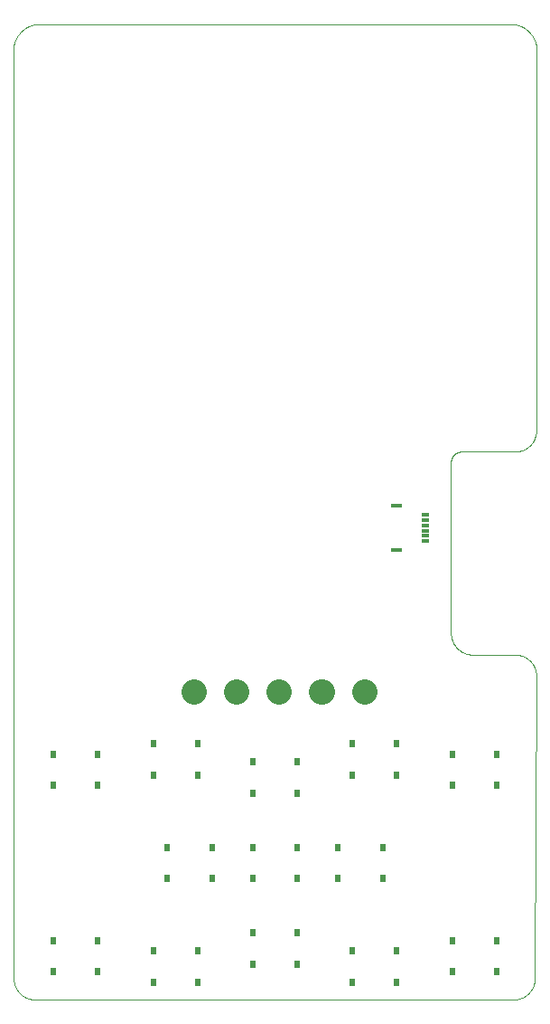
<source format=gbp>
G04 EAGLE Gerber RS-274X export*
G75*
%MOMM*%
%FSLAX34Y34*%
%LPD*%
%INSolder paste bottom*%
%IPPOS*%
%AMOC8*
5,1,8,0,0,1.08239X$1,22.5*%
G01*
%ADD10C,0.001000*%
%ADD11R,0.700000X0.300000*%
%ADD12R,1.000000X0.300000*%
%ADD13R,0.500000X0.700000*%
%ADD14C,2.376000*%


D10*
X490000Y910000D02*
X490000Y1260000D01*
X490113Y1260606D01*
X490212Y1261214D01*
X490296Y1261824D01*
X490366Y1262436D01*
X490420Y1263050D01*
X490460Y1263665D01*
X490485Y1264280D01*
X490495Y1264896D01*
X490490Y1265512D01*
X490470Y1266128D01*
X490435Y1266743D01*
X490386Y1267357D01*
X490321Y1267970D01*
X490242Y1268581D01*
X490148Y1269190D01*
X490040Y1269796D01*
X489917Y1270400D01*
X489779Y1271001D01*
X489627Y1271598D01*
X489460Y1272191D01*
X489279Y1272780D01*
X489084Y1273364D01*
X488875Y1273944D01*
X488652Y1274518D01*
X488415Y1275087D01*
X488164Y1275650D01*
X487900Y1276206D01*
X487623Y1276756D01*
X487332Y1277299D01*
X487028Y1277835D01*
X486712Y1278364D01*
X486382Y1278885D01*
X486041Y1279397D01*
X485687Y1279902D01*
X485321Y1280397D01*
X484943Y1280884D01*
X484553Y1281361D01*
X484152Y1281829D01*
X483740Y1282286D01*
X483316Y1282734D01*
X482883Y1283172D01*
X482438Y1283598D01*
X481984Y1284014D01*
X481519Y1284419D01*
X481045Y1284813D01*
X480562Y1285195D01*
X480069Y1285565D01*
X479568Y1285923D01*
X479058Y1286269D01*
X478540Y1286602D01*
X478014Y1286923D01*
X477481Y1287231D01*
X476940Y1287526D01*
X476392Y1287808D01*
X475838Y1288077D01*
X475277Y1288332D01*
X474710Y1288574D01*
X474138Y1288801D01*
X473560Y1289015D01*
X472977Y1289215D01*
X472389Y1289401D01*
X471798Y1289572D01*
X471202Y1289729D01*
X470603Y1289872D01*
X470000Y1290000D01*
X20000Y1290000D01*
X19397Y1289872D01*
X18798Y1289729D01*
X18202Y1289572D01*
X17611Y1289401D01*
X17023Y1289215D01*
X16440Y1289015D01*
X15862Y1288801D01*
X15290Y1288574D01*
X14723Y1288332D01*
X14162Y1288077D01*
X13608Y1287808D01*
X13060Y1287526D01*
X12519Y1287231D01*
X11986Y1286923D01*
X11460Y1286602D01*
X10942Y1286269D01*
X10432Y1285923D01*
X9931Y1285565D01*
X9438Y1285195D01*
X8955Y1284813D01*
X8481Y1284419D01*
X8016Y1284014D01*
X7562Y1283598D01*
X7117Y1283172D01*
X6684Y1282734D01*
X6260Y1282286D01*
X5848Y1281829D01*
X5447Y1281361D01*
X5057Y1280884D01*
X4679Y1280397D01*
X4313Y1279902D01*
X3959Y1279397D01*
X3618Y1278885D01*
X3288Y1278364D01*
X2972Y1277835D01*
X2668Y1277299D01*
X2377Y1276756D01*
X2100Y1276206D01*
X1836Y1275650D01*
X1585Y1275087D01*
X1348Y1274518D01*
X1125Y1273944D01*
X916Y1273364D01*
X721Y1272780D01*
X540Y1272191D01*
X373Y1271598D01*
X221Y1271001D01*
X83Y1270400D01*
X-40Y1269796D01*
X-148Y1269190D01*
X-242Y1268581D01*
X-321Y1267970D01*
X-386Y1267357D01*
X-435Y1266743D01*
X-470Y1266128D01*
X-490Y1265512D01*
X-495Y1264896D01*
X-485Y1264280D01*
X-460Y1263665D01*
X-420Y1263050D01*
X-366Y1262436D01*
X-296Y1261824D01*
X-212Y1261214D01*
X-113Y1260606D01*
X0Y1260000D01*
X0Y397120D01*
X6Y396637D01*
X23Y396154D01*
X53Y395671D01*
X93Y395190D01*
X146Y394709D01*
X210Y394230D01*
X285Y393753D01*
X373Y393277D01*
X471Y392804D01*
X581Y392334D01*
X702Y391866D01*
X835Y391401D01*
X979Y390940D01*
X1134Y390482D01*
X1300Y390028D01*
X1477Y389578D01*
X1664Y389133D01*
X1863Y388692D01*
X2071Y388256D01*
X2291Y387826D01*
X2521Y387400D01*
X2761Y386981D01*
X3011Y386567D01*
X3271Y386160D01*
X3540Y385759D01*
X3820Y385364D01*
X4108Y384977D01*
X4407Y384596D01*
X4714Y384223D01*
X5030Y383858D01*
X5355Y383500D01*
X5688Y383150D01*
X6030Y382808D01*
X6380Y382475D01*
X6738Y382150D01*
X7103Y381834D01*
X7476Y381527D01*
X7857Y381228D01*
X8244Y380940D01*
X8639Y380660D01*
X9040Y380391D01*
X9447Y380131D01*
X9861Y379881D01*
X10280Y379641D01*
X10706Y379411D01*
X11136Y379191D01*
X11572Y378983D01*
X12013Y378784D01*
X12458Y378597D01*
X12908Y378420D01*
X13362Y378254D01*
X13820Y378099D01*
X14281Y377955D01*
X14746Y377822D01*
X15214Y377701D01*
X15684Y377591D01*
X16157Y377493D01*
X16633Y377405D01*
X17110Y377330D01*
X17589Y377266D01*
X18070Y377213D01*
X18551Y377173D01*
X19034Y377143D01*
X19517Y377126D01*
X20000Y377120D01*
X340000Y377120D01*
X338476Y377140D01*
X468576Y377140D01*
X469065Y377146D01*
X469554Y377164D01*
X470042Y377194D01*
X470530Y377236D01*
X471016Y377289D01*
X471501Y377355D01*
X471984Y377433D01*
X472465Y377522D01*
X472944Y377623D01*
X473420Y377735D01*
X473893Y377860D01*
X474363Y377996D01*
X474830Y378143D01*
X475293Y378302D01*
X475751Y378472D01*
X476206Y378653D01*
X476656Y378845D01*
X477101Y379048D01*
X477541Y379262D01*
X477976Y379486D01*
X478405Y379722D01*
X478828Y379967D01*
X479245Y380223D01*
X479655Y380489D01*
X480059Y380765D01*
X480457Y381051D01*
X480847Y381347D01*
X481229Y381651D01*
X481604Y381966D01*
X481972Y382289D01*
X482331Y382621D01*
X482682Y382962D01*
X483024Y383311D01*
X483358Y383669D01*
X483684Y384034D01*
X484000Y384408D01*
X484306Y384789D01*
X484604Y385177D01*
X484892Y385573D01*
X485170Y385975D01*
X485438Y386385D01*
X485696Y386800D01*
X485944Y387222D01*
X486181Y387650D01*
X486408Y388083D01*
X486624Y388522D01*
X486830Y388966D01*
X487024Y389415D01*
X487207Y389869D01*
X487380Y390327D01*
X487541Y390789D01*
X487690Y391255D01*
X487829Y391724D01*
X487955Y392197D01*
X488071Y392672D01*
X488174Y393150D01*
X488266Y393631D01*
X488346Y394114D01*
X488414Y394598D01*
X488470Y395084D01*
X488514Y395571D01*
X488547Y396060D01*
X488567Y396548D01*
X488576Y397038D01*
X490000Y680000D01*
X489994Y680483D01*
X489977Y680966D01*
X489947Y681449D01*
X489907Y681930D01*
X489854Y682411D01*
X489790Y682890D01*
X489715Y683367D01*
X489627Y683843D01*
X489529Y684316D01*
X489419Y684786D01*
X489298Y685254D01*
X489165Y685719D01*
X489021Y686180D01*
X488866Y686638D01*
X488700Y687092D01*
X488523Y687542D01*
X488336Y687987D01*
X488137Y688428D01*
X487929Y688864D01*
X487709Y689294D01*
X487479Y689720D01*
X487239Y690139D01*
X486989Y690553D01*
X486729Y690960D01*
X486460Y691361D01*
X486180Y691756D01*
X485892Y692143D01*
X485593Y692524D01*
X485286Y692897D01*
X484970Y693262D01*
X484645Y693620D01*
X484312Y693970D01*
X483970Y694312D01*
X483620Y694645D01*
X483262Y694970D01*
X482897Y695286D01*
X482524Y695593D01*
X482143Y695892D01*
X481756Y696180D01*
X481361Y696460D01*
X480960Y696729D01*
X480553Y696989D01*
X480139Y697239D01*
X479720Y697479D01*
X479294Y697709D01*
X478864Y697929D01*
X478428Y698137D01*
X477987Y698336D01*
X477542Y698523D01*
X477092Y698700D01*
X476638Y698866D01*
X476180Y699021D01*
X475719Y699165D01*
X475254Y699298D01*
X474786Y699419D01*
X474316Y699529D01*
X473843Y699627D01*
X473367Y699715D01*
X472890Y699790D01*
X472411Y699854D01*
X471930Y699907D01*
X471449Y699947D01*
X470966Y699977D01*
X470483Y699994D01*
X470000Y700000D01*
X430000Y700000D01*
X429517Y700006D01*
X429034Y700023D01*
X428551Y700053D01*
X428070Y700093D01*
X427589Y700146D01*
X427110Y700210D01*
X426633Y700285D01*
X426157Y700373D01*
X425684Y700471D01*
X425214Y700581D01*
X424746Y700702D01*
X424281Y700835D01*
X423820Y700979D01*
X423362Y701134D01*
X422908Y701300D01*
X422458Y701477D01*
X422013Y701664D01*
X421572Y701863D01*
X421136Y702071D01*
X420706Y702291D01*
X420280Y702521D01*
X419861Y702761D01*
X419447Y703011D01*
X419040Y703271D01*
X418639Y703540D01*
X418244Y703820D01*
X417857Y704108D01*
X417476Y704407D01*
X417103Y704714D01*
X416738Y705030D01*
X416380Y705355D01*
X416030Y705688D01*
X415688Y706030D01*
X415355Y706380D01*
X415030Y706738D01*
X414714Y707103D01*
X414407Y707476D01*
X414108Y707857D01*
X413820Y708244D01*
X413540Y708639D01*
X413271Y709040D01*
X413011Y709447D01*
X412761Y709861D01*
X412521Y710280D01*
X412291Y710706D01*
X412071Y711136D01*
X411863Y711572D01*
X411664Y712013D01*
X411477Y712458D01*
X411300Y712908D01*
X411134Y713362D01*
X410979Y713820D01*
X410835Y714281D01*
X410702Y714746D01*
X410581Y715214D01*
X410471Y715684D01*
X410373Y716157D01*
X410285Y716633D01*
X410210Y717110D01*
X410146Y717589D01*
X410093Y718070D01*
X410053Y718551D01*
X410023Y719034D01*
X410006Y719517D01*
X410000Y720000D01*
X410000Y880000D01*
X410003Y880242D01*
X410012Y880483D01*
X410026Y880724D01*
X410047Y880965D01*
X410073Y881205D01*
X410105Y881445D01*
X410143Y881684D01*
X410186Y881921D01*
X410236Y882158D01*
X410291Y882393D01*
X410351Y882627D01*
X410418Y882859D01*
X410489Y883090D01*
X410567Y883319D01*
X410650Y883546D01*
X410738Y883771D01*
X410832Y883994D01*
X410931Y884214D01*
X411036Y884432D01*
X411145Y884647D01*
X411260Y884860D01*
X411380Y885070D01*
X411505Y885276D01*
X411635Y885480D01*
X411770Y885681D01*
X411910Y885878D01*
X412054Y886072D01*
X412203Y886262D01*
X412357Y886448D01*
X412515Y886631D01*
X412677Y886810D01*
X412844Y886985D01*
X413015Y887156D01*
X413190Y887323D01*
X413369Y887485D01*
X413552Y887643D01*
X413738Y887797D01*
X413928Y887946D01*
X414122Y888090D01*
X414319Y888230D01*
X414520Y888365D01*
X414724Y888495D01*
X414930Y888620D01*
X415140Y888740D01*
X415353Y888855D01*
X415568Y888964D01*
X415786Y889069D01*
X416006Y889168D01*
X416229Y889262D01*
X416454Y889350D01*
X416681Y889433D01*
X416910Y889511D01*
X417141Y889582D01*
X417373Y889649D01*
X417607Y889709D01*
X417842Y889764D01*
X418079Y889814D01*
X418316Y889857D01*
X418555Y889895D01*
X418795Y889927D01*
X419035Y889953D01*
X419276Y889974D01*
X419517Y889988D01*
X419758Y889997D01*
X420000Y890000D01*
X470000Y890000D01*
X470483Y890006D01*
X470966Y890023D01*
X471449Y890053D01*
X471930Y890093D01*
X472411Y890146D01*
X472890Y890210D01*
X473367Y890285D01*
X473843Y890373D01*
X474316Y890471D01*
X474786Y890581D01*
X475254Y890702D01*
X475719Y890835D01*
X476180Y890979D01*
X476638Y891134D01*
X477092Y891300D01*
X477542Y891477D01*
X477987Y891664D01*
X478428Y891863D01*
X478864Y892071D01*
X479294Y892291D01*
X479720Y892521D01*
X480139Y892761D01*
X480553Y893011D01*
X480960Y893271D01*
X481361Y893540D01*
X481756Y893820D01*
X482143Y894108D01*
X482524Y894407D01*
X482897Y894714D01*
X483262Y895030D01*
X483620Y895355D01*
X483970Y895688D01*
X484312Y896030D01*
X484645Y896380D01*
X484970Y896738D01*
X485286Y897103D01*
X485593Y897476D01*
X485892Y897857D01*
X486180Y898244D01*
X486460Y898639D01*
X486729Y899040D01*
X486989Y899447D01*
X487239Y899861D01*
X487479Y900280D01*
X487709Y900706D01*
X487929Y901136D01*
X488137Y901572D01*
X488336Y902013D01*
X488523Y902458D01*
X488700Y902908D01*
X488866Y903362D01*
X489021Y903820D01*
X489165Y904281D01*
X489298Y904746D01*
X489419Y905214D01*
X489529Y905684D01*
X489627Y906157D01*
X489715Y906633D01*
X489790Y907110D01*
X489854Y907589D01*
X489907Y908070D01*
X489947Y908551D01*
X489977Y909034D01*
X489994Y909517D01*
X490000Y910000D01*
D11*
X385624Y806108D03*
X385624Y811108D03*
X385624Y816108D03*
X385624Y821108D03*
X385624Y826108D03*
X385624Y831108D03*
D12*
X359124Y798208D03*
X359124Y839008D03*
D13*
X453000Y432500D03*
X411000Y432500D03*
X411000Y403500D03*
X453000Y403500D03*
X79000Y606500D03*
X37000Y606500D03*
X37000Y577500D03*
X79000Y577500D03*
X79000Y432500D03*
X37000Y432500D03*
X37000Y403500D03*
X79000Y403500D03*
X266000Y599500D03*
X224000Y599500D03*
X224000Y570500D03*
X266000Y570500D03*
X266000Y439500D03*
X224000Y439500D03*
X224000Y410500D03*
X266000Y410500D03*
X346000Y519500D03*
X304000Y519500D03*
X304000Y490500D03*
X346000Y490500D03*
X186000Y519500D03*
X144000Y519500D03*
X144000Y490500D03*
X186000Y490500D03*
X266000Y519500D03*
X224000Y519500D03*
X224000Y490500D03*
X266000Y490500D03*
X359000Y616500D03*
X317000Y616500D03*
X317000Y587500D03*
X359000Y587500D03*
X173000Y616500D03*
X131000Y616500D03*
X131000Y587500D03*
X173000Y587500D03*
X359000Y422500D03*
X317000Y422500D03*
X317000Y393500D03*
X359000Y393500D03*
X173000Y422500D03*
X131000Y422500D03*
X131000Y393500D03*
X173000Y393500D03*
X453000Y606500D03*
X411000Y606500D03*
X411000Y577500D03*
X453000Y577500D03*
D14*
X329120Y665120D02*
X328880Y665120D01*
X329120Y665120D02*
X329120Y664880D01*
X328880Y664880D01*
X328880Y665120D01*
X289120Y665120D02*
X288880Y665120D01*
X289120Y665120D02*
X289120Y664880D01*
X288880Y664880D01*
X288880Y665120D01*
X249120Y665120D02*
X248880Y665120D01*
X249120Y665120D02*
X249120Y664880D01*
X248880Y664880D01*
X248880Y665120D01*
X209120Y665120D02*
X208880Y665120D01*
X209120Y665120D02*
X209120Y664880D01*
X208880Y664880D01*
X208880Y665120D01*
X169120Y665120D02*
X168880Y665120D01*
X169120Y665120D02*
X169120Y664880D01*
X168880Y664880D01*
X168880Y665120D01*
M02*

</source>
